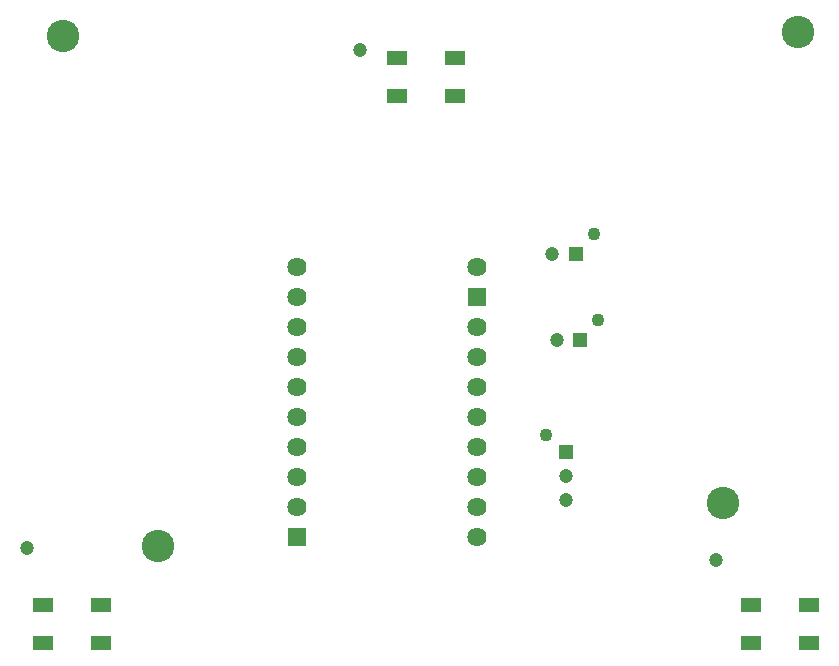
<source format=gbr>
%TF.GenerationSoftware,Altium Limited,Altium Designer,23.1.1 (15)*%
G04 Layer_Color=8388736*
%FSLAX45Y45*%
%MOMM*%
%TF.SameCoordinates,4E948076-F00C-46A4-8CE1-B66C86AC089E*%
%TF.FilePolarity,Negative*%
%TF.FileFunction,Soldermask,Top*%
%TF.Part,Single*%
G01*
G75*
%TA.AperFunction,ComponentPad*%
%ADD14C,1.20000*%
%ADD15R,1.20000X1.20000*%
%ADD16C,1.10000*%
%ADD19R,1.20000X1.20000*%
%TA.AperFunction,SMDPad,CuDef*%
%ADD26R,1.70320X1.20320*%
%TA.AperFunction,ViaPad*%
%ADD27C,2.74320*%
%TA.AperFunction,ComponentPad*%
%ADD28C,1.62560*%
%ADD29R,1.57480X1.57480*%
%TA.AperFunction,ViaPad*%
%ADD30C,1.20320*%
D14*
X4662500Y2864399D02*
D03*
X4624400Y3588299D02*
D03*
X4737100Y1511300D02*
D03*
Y1711300D02*
D03*
D15*
X4862500Y2864399D02*
D03*
X4824400Y3588299D02*
D03*
D16*
X5012502Y3034401D02*
D03*
X4974402Y3758301D02*
D03*
X4567098Y2061301D02*
D03*
D19*
X4737100Y1911299D02*
D03*
D26*
X6308202Y617200D02*
D03*
X6798198D02*
D03*
X6308202Y297200D02*
D03*
X6798198D02*
D03*
X3311002Y5252700D02*
D03*
X3800998D02*
D03*
X3311002Y4932700D02*
D03*
X3800998D02*
D03*
X313802Y617200D02*
D03*
X803798D02*
D03*
X313802Y297200D02*
D03*
X803798D02*
D03*
D27*
X1282700Y1117600D02*
D03*
X6070600Y1485900D02*
D03*
X6705600Y5473700D02*
D03*
X482600Y5435600D02*
D03*
D28*
X3990340Y3479800D02*
D03*
Y2971800D02*
D03*
Y2717800D02*
D03*
Y2463800D02*
D03*
Y2209800D02*
D03*
Y1955800D02*
D03*
Y1701800D02*
D03*
Y1447800D02*
D03*
Y1193800D02*
D03*
X2463800Y3479800D02*
D03*
Y3225800D02*
D03*
Y2971800D02*
D03*
Y2717800D02*
D03*
Y2463800D02*
D03*
Y2209800D02*
D03*
Y1955800D02*
D03*
Y1701800D02*
D03*
Y1447800D02*
D03*
D29*
X3990340Y3225800D02*
D03*
X2463800Y1193800D02*
D03*
D30*
X2997200Y5321300D02*
D03*
X6007100Y1003300D02*
D03*
X177800Y1104900D02*
D03*
%TF.MD5,12b1cf8cea71c745a7430ef64aa7239d*%
M02*

</source>
